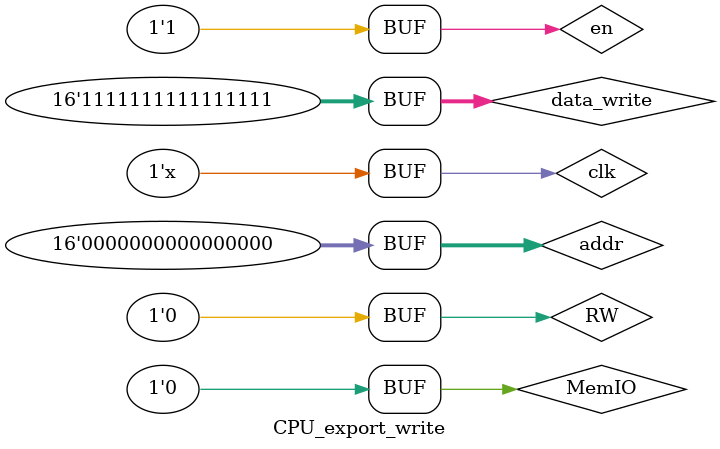
<source format=v>
`timescale 1ns / 1ps

/**
测试CPU接口模块，
输入addr 0000_0000_0000_0000
向该地址写入11111_111_111_11111


然后查看addr 0000_0000_0000_0000
发现已经成为11111_111_111_11111

成功
*/
module CPU_export_write();
    reg clk;  
    reg RW;      //0->R,1->W
    reg en;      //en =1 代表可以
    reg MemIO;//这次是访问IO还是Mem,0->mem,1->IO
    reg [15:0] data_write;
    reg [15:0] addr; 
    wire [15:0] data_read;
    always #5 clk=~clk;//每10ns一次
    initial
        begin
            //先写
            clk = 0;
            RW=1;
            en=1;
            MemIO=0;
            addr =16'b0000_0000_0000_0000;
            data_write =16'b11111_111_111_11111;

            //后通过data_read看
            #20
            RW=0;
            en=1;
            MemIO=0;
            addr =16'b0000_0000_0000_0000;
        end
    CPU_export cpu_export_readTest(
    .clk(clk),
    .RW(RW),
    .en(en),
    .MemIO(MemIO),
    .data_write(data_write),
    .addr(addr),
    .data_read(data_read)
    );
endmodule

</source>
